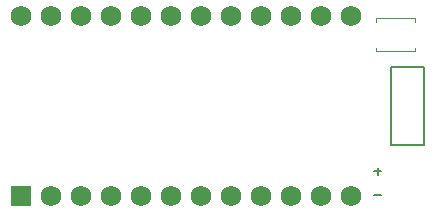
<source format=gbr>
%TF.GenerationSoftware,KiCad,Pcbnew,(6.0.4)*%
%TF.CreationDate,2022-10-24T23:50:00-04:00*%
%TF.ProjectId,battpack,62617474-7061-4636-9b2e-6b696361645f,v1.0.0*%
%TF.SameCoordinates,Original*%
%TF.FileFunction,Legend,Top*%
%TF.FilePolarity,Positive*%
%FSLAX46Y46*%
G04 Gerber Fmt 4.6, Leading zero omitted, Abs format (unit mm)*
G04 Created by KiCad (PCBNEW (6.0.4)) date 2022-10-24 23:50:00*
%MOMM*%
%LPD*%
G01*
G04 APERTURE LIST*
%ADD10C,0.150000*%
%ADD11C,0.120000*%
%ADD12R,1.752600X1.752600*%
%ADD13C,1.752600*%
G04 APERTURE END LIST*
D10*
%TO.C,*%
%TO.C,PAD3*%
X15945238Y-7557142D02*
X16554761Y-7557142D01*
%TO.C,PAD4*%
X15945238Y-5557142D02*
X16554761Y-5557142D01*
X16250000Y-5861904D02*
X16250000Y-5252380D01*
%TO.C,T2*%
X20200000Y-1950000D02*
X20200000Y1950000D01*
X20200000Y0D02*
X20200000Y3300000D01*
X20200000Y3300000D02*
X17350000Y3300000D01*
X17350000Y3300000D02*
X17350000Y-3300000D01*
X17350000Y-3300000D02*
X20200000Y-3300000D01*
X20200000Y0D02*
X20200000Y-3300000D01*
D11*
%TO.C,B1*%
X16100000Y4900000D02*
X16100000Y4600000D01*
X16100000Y7100000D02*
X16100000Y7400000D01*
X16100000Y7400000D02*
X19400000Y7400000D01*
X19400000Y4600000D02*
X19400000Y4900000D01*
X16100000Y4600000D02*
X19400000Y4600000D01*
X19400000Y7400000D02*
X19400000Y7100000D01*
%TD*%
D12*
%TO.C,*%
X-13970000Y-7620000D03*
D13*
X-11430000Y-7620000D03*
X-8890000Y-7620000D03*
X-6350000Y-7620000D03*
X-3810000Y-7620000D03*
X-1270000Y-7620000D03*
X1270000Y-7620000D03*
X3810000Y-7620000D03*
X6350000Y-7620000D03*
X8890000Y-7620000D03*
X11430000Y-7620000D03*
X13970000Y-7620000D03*
X13970000Y7620000D03*
X11430000Y7620000D03*
X8890000Y7620000D03*
X6350000Y7620000D03*
X3810000Y7620000D03*
X1270000Y7620000D03*
X-1270000Y7620000D03*
X-3810000Y7620000D03*
X-6350000Y7620000D03*
X-8890000Y7620000D03*
X-11430000Y7620000D03*
X-13970000Y7620000D03*
%TD*%
M02*

</source>
